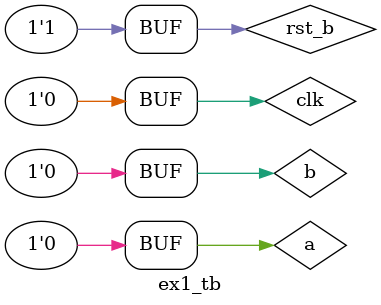
<source format=v>
module ex1(
    input a,
    input b,
    input clk,
    input rst_b,
    output reg m,
    output reg n
);

// Stari -> 5 -> 3 biti
// dar vrem codificare one cold
localparam S0_ST  =  5'b01111;  // 15
localparam S1_ST  =  5'b10111;  // 23
localparam S2_ST  =  5'b11011;  // 27
localparam S3_ST  =  5'b11101;  // 29
localparam S4_ST  =  5'b11110;  // 30

reg [4:0] state;
reg [4:0] next_state;

// facem logica de stare + iesire
always @(*) begin
    case(state)
        S0_ST : begin
            if(~a) begin
                next_state = S0_ST;
                m = 1'b0;
                n = 1'b0;
            end
            else if(a & b) begin
                next_state = S4_ST;
                m = 1;
                n = 1'b0;
            end
            else if(a & ~b) begin
                next_state = S1_ST;
                m = 1'b0;
                n = 1'b1;
            end
        end
        S1_ST : begin
            next_state = S2_ST;
            m = 1'b1;
            n = 1'b1;
        end
        S2_ST : begin 
            if(~a) begin 
                next_state = S4_ST;
                m = 1'b0;
                n = 1'b1;
            end
            else if(a) begin
                next_state = S3_ST;
                m = 1'b1;
                n = 1'b0;
            end
        end
        S3_ST : begin 
            if(a & ~b) begin
                next_state = S3_ST;
                m = 1'b0;
                n = 1'b0;
            end
            else if(~a & b) begin
                next_state = S3_ST;
                m = 1'b1;
                n = 1'b1;
            end
            else if(~a & ~b) begin
                next_state = S0_ST;
                m = 1'b1;
                n = 1'b1;
            end
            else if(a & b) begin
                next_state = S4_ST;
                m = 1'b0;
                n = 1'b0;
            end
        end
        S4_ST : begin
            if(~b) begin
                next_state = S4_ST;
                m = 1'b0;
                n = 1'b1;
            end
            else if(b) begin
                next_state = S1_ST;
                m = 1'b1;
                n = 1'b1;
            end
        end
    endcase

end

always @(posedge clk, negedge rst_b) begin
    if(!rst_b)
        state <= S0_ST;
    else
        state <= next_state;
end


endmodule

module ex1_tb;

reg clk;
reg rst_b;
reg a;
reg b;
wire m;
wire n;

ex1 ex1_inst(
    .a(a),
    .b(b),
    .clk(clk),
    .rst_b(rst_b),
    .m(m),
    .n(n)
);

    localparam CLK_PERIOD=100; 
    localparam CLK_CYCLES=7;
    initial begin
        clk = 0;
        repeat (2*CLK_CYCLES) #(CLK_PERIOD/2) clk = ~clk;
    end

    localparam RST_PULSE=25;
    initial begin
        rst_b = 0;
        #(RST_PULSE) rst_b = 1;
    end

    initial begin
        $display("clk | rst | a | b | m | n | stare");
        $monitor("%b | %b | %b | %b | %b | %b | %d", clk, rst_b, a, b, m, n, ex1_inst.state);
        // pornim din starea 0 si vrem sa ajungem in starea 0
        a = 0;

        //vrem sa ajungem in starea starea 4
        #(CLK_PERIOD)   a = 1; b = 1;

        //vrem sa ajungem in starea 1
        #(CLK_PERIOD)   b = 1;

        // oricum ajungem in starea 2
        #(CLK_PERIOD)   a = 1;

        // ajungem in starea 3
        #(CLK_PERIOD)   a = 1;

        // ajungem in starea 0
        #(CLK_PERIOD)   a = 0; b = 0;



    end

endmodule
</source>
